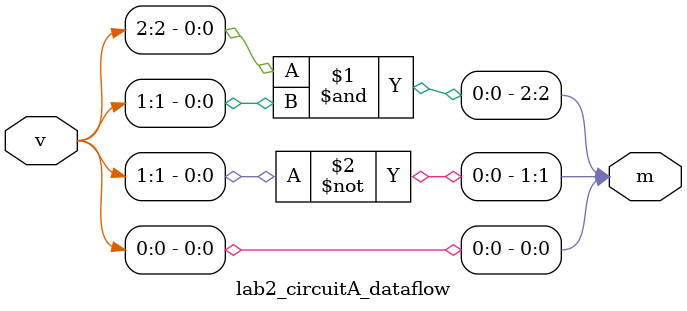
<source format=v>
`timescale 1ns / 1ps


module lab2_circuitA_dataflow(
    input [2:0] v,
    output [2:0] m
    );
    
    assign m[2] = (v[2]&v[1]);
    assign m[1] = (~v[1]);
    assign m[0] = v[0];
endmodule

</source>
